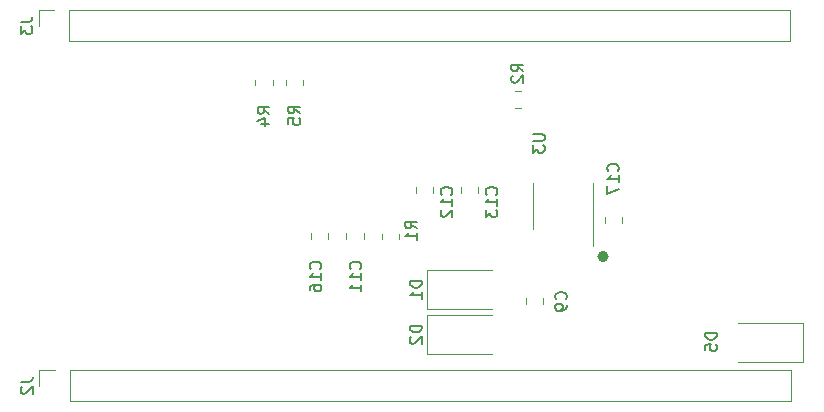
<source format=gbr>
%TF.GenerationSoftware,KiCad,Pcbnew,7.0.9*%
%TF.CreationDate,2024-02-20T11:35:56-03:00*%
%TF.ProjectId,CPU Stm32G431,43505520-5374-46d3-9332-473433312e6b,rev?*%
%TF.SameCoordinates,Original*%
%TF.FileFunction,Legend,Bot*%
%TF.FilePolarity,Positive*%
%FSLAX46Y46*%
G04 Gerber Fmt 4.6, Leading zero omitted, Abs format (unit mm)*
G04 Created by KiCad (PCBNEW 7.0.9) date 2024-02-20 11:35:56*
%MOMM*%
%LPD*%
G01*
G04 APERTURE LIST*
%ADD10C,0.500000*%
%ADD11C,0.150000*%
%ADD12C,0.120000*%
G04 APERTURE END LIST*
D10*
X166003607Y-108720000D02*
G75*
G03*
X166003607Y-108720000I-223607J0D01*
G01*
D11*
X145239580Y-109777142D02*
X145287200Y-109729523D01*
X145287200Y-109729523D02*
X145334819Y-109586666D01*
X145334819Y-109586666D02*
X145334819Y-109491428D01*
X145334819Y-109491428D02*
X145287200Y-109348571D01*
X145287200Y-109348571D02*
X145191961Y-109253333D01*
X145191961Y-109253333D02*
X145096723Y-109205714D01*
X145096723Y-109205714D02*
X144906247Y-109158095D01*
X144906247Y-109158095D02*
X144763390Y-109158095D01*
X144763390Y-109158095D02*
X144572914Y-109205714D01*
X144572914Y-109205714D02*
X144477676Y-109253333D01*
X144477676Y-109253333D02*
X144382438Y-109348571D01*
X144382438Y-109348571D02*
X144334819Y-109491428D01*
X144334819Y-109491428D02*
X144334819Y-109586666D01*
X144334819Y-109586666D02*
X144382438Y-109729523D01*
X144382438Y-109729523D02*
X144430057Y-109777142D01*
X145334819Y-110729523D02*
X145334819Y-110158095D01*
X145334819Y-110443809D02*
X144334819Y-110443809D01*
X144334819Y-110443809D02*
X144477676Y-110348571D01*
X144477676Y-110348571D02*
X144572914Y-110253333D01*
X144572914Y-110253333D02*
X144620533Y-110158095D01*
X145334819Y-111681904D02*
X145334819Y-111110476D01*
X145334819Y-111396190D02*
X144334819Y-111396190D01*
X144334819Y-111396190D02*
X144477676Y-111300952D01*
X144477676Y-111300952D02*
X144572914Y-111205714D01*
X144572914Y-111205714D02*
X144620533Y-111110476D01*
X150434819Y-110781905D02*
X149434819Y-110781905D01*
X149434819Y-110781905D02*
X149434819Y-111020000D01*
X149434819Y-111020000D02*
X149482438Y-111162857D01*
X149482438Y-111162857D02*
X149577676Y-111258095D01*
X149577676Y-111258095D02*
X149672914Y-111305714D01*
X149672914Y-111305714D02*
X149863390Y-111353333D01*
X149863390Y-111353333D02*
X150006247Y-111353333D01*
X150006247Y-111353333D02*
X150196723Y-111305714D01*
X150196723Y-111305714D02*
X150291961Y-111258095D01*
X150291961Y-111258095D02*
X150387200Y-111162857D01*
X150387200Y-111162857D02*
X150434819Y-111020000D01*
X150434819Y-111020000D02*
X150434819Y-110781905D01*
X150434819Y-112305714D02*
X150434819Y-111734286D01*
X150434819Y-112020000D02*
X149434819Y-112020000D01*
X149434819Y-112020000D02*
X149577676Y-111924762D01*
X149577676Y-111924762D02*
X149672914Y-111829524D01*
X149672914Y-111829524D02*
X149720533Y-111734286D01*
X159834819Y-98358095D02*
X160644342Y-98358095D01*
X160644342Y-98358095D02*
X160739580Y-98405714D01*
X160739580Y-98405714D02*
X160787200Y-98453333D01*
X160787200Y-98453333D02*
X160834819Y-98548571D01*
X160834819Y-98548571D02*
X160834819Y-98739047D01*
X160834819Y-98739047D02*
X160787200Y-98834285D01*
X160787200Y-98834285D02*
X160739580Y-98881904D01*
X160739580Y-98881904D02*
X160644342Y-98929523D01*
X160644342Y-98929523D02*
X159834819Y-98929523D01*
X159834819Y-99310476D02*
X159834819Y-99929523D01*
X159834819Y-99929523D02*
X160215771Y-99596190D01*
X160215771Y-99596190D02*
X160215771Y-99739047D01*
X160215771Y-99739047D02*
X160263390Y-99834285D01*
X160263390Y-99834285D02*
X160311009Y-99881904D01*
X160311009Y-99881904D02*
X160406247Y-99929523D01*
X160406247Y-99929523D02*
X160644342Y-99929523D01*
X160644342Y-99929523D02*
X160739580Y-99881904D01*
X160739580Y-99881904D02*
X160787200Y-99834285D01*
X160787200Y-99834285D02*
X160834819Y-99739047D01*
X160834819Y-99739047D02*
X160834819Y-99453333D01*
X160834819Y-99453333D02*
X160787200Y-99358095D01*
X160787200Y-99358095D02*
X160739580Y-99310476D01*
X137534819Y-96653333D02*
X137058628Y-96320000D01*
X137534819Y-96081905D02*
X136534819Y-96081905D01*
X136534819Y-96081905D02*
X136534819Y-96462857D01*
X136534819Y-96462857D02*
X136582438Y-96558095D01*
X136582438Y-96558095D02*
X136630057Y-96605714D01*
X136630057Y-96605714D02*
X136725295Y-96653333D01*
X136725295Y-96653333D02*
X136868152Y-96653333D01*
X136868152Y-96653333D02*
X136963390Y-96605714D01*
X136963390Y-96605714D02*
X137011009Y-96558095D01*
X137011009Y-96558095D02*
X137058628Y-96462857D01*
X137058628Y-96462857D02*
X137058628Y-96081905D01*
X136868152Y-97510476D02*
X137534819Y-97510476D01*
X136487200Y-97272381D02*
X137201485Y-97034286D01*
X137201485Y-97034286D02*
X137201485Y-97653333D01*
X152939580Y-103477142D02*
X152987200Y-103429523D01*
X152987200Y-103429523D02*
X153034819Y-103286666D01*
X153034819Y-103286666D02*
X153034819Y-103191428D01*
X153034819Y-103191428D02*
X152987200Y-103048571D01*
X152987200Y-103048571D02*
X152891961Y-102953333D01*
X152891961Y-102953333D02*
X152796723Y-102905714D01*
X152796723Y-102905714D02*
X152606247Y-102858095D01*
X152606247Y-102858095D02*
X152463390Y-102858095D01*
X152463390Y-102858095D02*
X152272914Y-102905714D01*
X152272914Y-102905714D02*
X152177676Y-102953333D01*
X152177676Y-102953333D02*
X152082438Y-103048571D01*
X152082438Y-103048571D02*
X152034819Y-103191428D01*
X152034819Y-103191428D02*
X152034819Y-103286666D01*
X152034819Y-103286666D02*
X152082438Y-103429523D01*
X152082438Y-103429523D02*
X152130057Y-103477142D01*
X153034819Y-104429523D02*
X153034819Y-103858095D01*
X153034819Y-104143809D02*
X152034819Y-104143809D01*
X152034819Y-104143809D02*
X152177676Y-104048571D01*
X152177676Y-104048571D02*
X152272914Y-103953333D01*
X152272914Y-103953333D02*
X152320533Y-103858095D01*
X152130057Y-104810476D02*
X152082438Y-104858095D01*
X152082438Y-104858095D02*
X152034819Y-104953333D01*
X152034819Y-104953333D02*
X152034819Y-105191428D01*
X152034819Y-105191428D02*
X152082438Y-105286666D01*
X152082438Y-105286666D02*
X152130057Y-105334285D01*
X152130057Y-105334285D02*
X152225295Y-105381904D01*
X152225295Y-105381904D02*
X152320533Y-105381904D01*
X152320533Y-105381904D02*
X152463390Y-105334285D01*
X152463390Y-105334285D02*
X153034819Y-104762857D01*
X153034819Y-104762857D02*
X153034819Y-105381904D01*
X116494819Y-119336666D02*
X117209104Y-119336666D01*
X117209104Y-119336666D02*
X117351961Y-119289047D01*
X117351961Y-119289047D02*
X117447200Y-119193809D01*
X117447200Y-119193809D02*
X117494819Y-119050952D01*
X117494819Y-119050952D02*
X117494819Y-118955714D01*
X116590057Y-119765238D02*
X116542438Y-119812857D01*
X116542438Y-119812857D02*
X116494819Y-119908095D01*
X116494819Y-119908095D02*
X116494819Y-120146190D01*
X116494819Y-120146190D02*
X116542438Y-120241428D01*
X116542438Y-120241428D02*
X116590057Y-120289047D01*
X116590057Y-120289047D02*
X116685295Y-120336666D01*
X116685295Y-120336666D02*
X116780533Y-120336666D01*
X116780533Y-120336666D02*
X116923390Y-120289047D01*
X116923390Y-120289047D02*
X117494819Y-119717619D01*
X117494819Y-119717619D02*
X117494819Y-120336666D01*
X150434819Y-114581905D02*
X149434819Y-114581905D01*
X149434819Y-114581905D02*
X149434819Y-114820000D01*
X149434819Y-114820000D02*
X149482438Y-114962857D01*
X149482438Y-114962857D02*
X149577676Y-115058095D01*
X149577676Y-115058095D02*
X149672914Y-115105714D01*
X149672914Y-115105714D02*
X149863390Y-115153333D01*
X149863390Y-115153333D02*
X150006247Y-115153333D01*
X150006247Y-115153333D02*
X150196723Y-115105714D01*
X150196723Y-115105714D02*
X150291961Y-115058095D01*
X150291961Y-115058095D02*
X150387200Y-114962857D01*
X150387200Y-114962857D02*
X150434819Y-114820000D01*
X150434819Y-114820000D02*
X150434819Y-114581905D01*
X149530057Y-115534286D02*
X149482438Y-115581905D01*
X149482438Y-115581905D02*
X149434819Y-115677143D01*
X149434819Y-115677143D02*
X149434819Y-115915238D01*
X149434819Y-115915238D02*
X149482438Y-116010476D01*
X149482438Y-116010476D02*
X149530057Y-116058095D01*
X149530057Y-116058095D02*
X149625295Y-116105714D01*
X149625295Y-116105714D02*
X149720533Y-116105714D01*
X149720533Y-116105714D02*
X149863390Y-116058095D01*
X149863390Y-116058095D02*
X150434819Y-115486667D01*
X150434819Y-115486667D02*
X150434819Y-116105714D01*
X162639580Y-112353333D02*
X162687200Y-112305714D01*
X162687200Y-112305714D02*
X162734819Y-112162857D01*
X162734819Y-112162857D02*
X162734819Y-112067619D01*
X162734819Y-112067619D02*
X162687200Y-111924762D01*
X162687200Y-111924762D02*
X162591961Y-111829524D01*
X162591961Y-111829524D02*
X162496723Y-111781905D01*
X162496723Y-111781905D02*
X162306247Y-111734286D01*
X162306247Y-111734286D02*
X162163390Y-111734286D01*
X162163390Y-111734286D02*
X161972914Y-111781905D01*
X161972914Y-111781905D02*
X161877676Y-111829524D01*
X161877676Y-111829524D02*
X161782438Y-111924762D01*
X161782438Y-111924762D02*
X161734819Y-112067619D01*
X161734819Y-112067619D02*
X161734819Y-112162857D01*
X161734819Y-112162857D02*
X161782438Y-112305714D01*
X161782438Y-112305714D02*
X161830057Y-112353333D01*
X162734819Y-112829524D02*
X162734819Y-113020000D01*
X162734819Y-113020000D02*
X162687200Y-113115238D01*
X162687200Y-113115238D02*
X162639580Y-113162857D01*
X162639580Y-113162857D02*
X162496723Y-113258095D01*
X162496723Y-113258095D02*
X162306247Y-113305714D01*
X162306247Y-113305714D02*
X161925295Y-113305714D01*
X161925295Y-113305714D02*
X161830057Y-113258095D01*
X161830057Y-113258095D02*
X161782438Y-113210476D01*
X161782438Y-113210476D02*
X161734819Y-113115238D01*
X161734819Y-113115238D02*
X161734819Y-112924762D01*
X161734819Y-112924762D02*
X161782438Y-112829524D01*
X161782438Y-112829524D02*
X161830057Y-112781905D01*
X161830057Y-112781905D02*
X161925295Y-112734286D01*
X161925295Y-112734286D02*
X162163390Y-112734286D01*
X162163390Y-112734286D02*
X162258628Y-112781905D01*
X162258628Y-112781905D02*
X162306247Y-112829524D01*
X162306247Y-112829524D02*
X162353866Y-112924762D01*
X162353866Y-112924762D02*
X162353866Y-113115238D01*
X162353866Y-113115238D02*
X162306247Y-113210476D01*
X162306247Y-113210476D02*
X162258628Y-113258095D01*
X162258628Y-113258095D02*
X162163390Y-113305714D01*
X116464819Y-88856666D02*
X117179104Y-88856666D01*
X117179104Y-88856666D02*
X117321961Y-88809047D01*
X117321961Y-88809047D02*
X117417200Y-88713809D01*
X117417200Y-88713809D02*
X117464819Y-88570952D01*
X117464819Y-88570952D02*
X117464819Y-88475714D01*
X116464819Y-89237619D02*
X116464819Y-89856666D01*
X116464819Y-89856666D02*
X116845771Y-89523333D01*
X116845771Y-89523333D02*
X116845771Y-89666190D01*
X116845771Y-89666190D02*
X116893390Y-89761428D01*
X116893390Y-89761428D02*
X116941009Y-89809047D01*
X116941009Y-89809047D02*
X117036247Y-89856666D01*
X117036247Y-89856666D02*
X117274342Y-89856666D01*
X117274342Y-89856666D02*
X117369580Y-89809047D01*
X117369580Y-89809047D02*
X117417200Y-89761428D01*
X117417200Y-89761428D02*
X117464819Y-89666190D01*
X117464819Y-89666190D02*
X117464819Y-89380476D01*
X117464819Y-89380476D02*
X117417200Y-89285238D01*
X117417200Y-89285238D02*
X117369580Y-89237619D01*
X167039580Y-101477142D02*
X167087200Y-101429523D01*
X167087200Y-101429523D02*
X167134819Y-101286666D01*
X167134819Y-101286666D02*
X167134819Y-101191428D01*
X167134819Y-101191428D02*
X167087200Y-101048571D01*
X167087200Y-101048571D02*
X166991961Y-100953333D01*
X166991961Y-100953333D02*
X166896723Y-100905714D01*
X166896723Y-100905714D02*
X166706247Y-100858095D01*
X166706247Y-100858095D02*
X166563390Y-100858095D01*
X166563390Y-100858095D02*
X166372914Y-100905714D01*
X166372914Y-100905714D02*
X166277676Y-100953333D01*
X166277676Y-100953333D02*
X166182438Y-101048571D01*
X166182438Y-101048571D02*
X166134819Y-101191428D01*
X166134819Y-101191428D02*
X166134819Y-101286666D01*
X166134819Y-101286666D02*
X166182438Y-101429523D01*
X166182438Y-101429523D02*
X166230057Y-101477142D01*
X167134819Y-102429523D02*
X167134819Y-101858095D01*
X167134819Y-102143809D02*
X166134819Y-102143809D01*
X166134819Y-102143809D02*
X166277676Y-102048571D01*
X166277676Y-102048571D02*
X166372914Y-101953333D01*
X166372914Y-101953333D02*
X166420533Y-101858095D01*
X166134819Y-102762857D02*
X166134819Y-103429523D01*
X166134819Y-103429523D02*
X167134819Y-103000952D01*
X141839580Y-109777142D02*
X141887200Y-109729523D01*
X141887200Y-109729523D02*
X141934819Y-109586666D01*
X141934819Y-109586666D02*
X141934819Y-109491428D01*
X141934819Y-109491428D02*
X141887200Y-109348571D01*
X141887200Y-109348571D02*
X141791961Y-109253333D01*
X141791961Y-109253333D02*
X141696723Y-109205714D01*
X141696723Y-109205714D02*
X141506247Y-109158095D01*
X141506247Y-109158095D02*
X141363390Y-109158095D01*
X141363390Y-109158095D02*
X141172914Y-109205714D01*
X141172914Y-109205714D02*
X141077676Y-109253333D01*
X141077676Y-109253333D02*
X140982438Y-109348571D01*
X140982438Y-109348571D02*
X140934819Y-109491428D01*
X140934819Y-109491428D02*
X140934819Y-109586666D01*
X140934819Y-109586666D02*
X140982438Y-109729523D01*
X140982438Y-109729523D02*
X141030057Y-109777142D01*
X141934819Y-110729523D02*
X141934819Y-110158095D01*
X141934819Y-110443809D02*
X140934819Y-110443809D01*
X140934819Y-110443809D02*
X141077676Y-110348571D01*
X141077676Y-110348571D02*
X141172914Y-110253333D01*
X141172914Y-110253333D02*
X141220533Y-110158095D01*
X140934819Y-111586666D02*
X140934819Y-111396190D01*
X140934819Y-111396190D02*
X140982438Y-111300952D01*
X140982438Y-111300952D02*
X141030057Y-111253333D01*
X141030057Y-111253333D02*
X141172914Y-111158095D01*
X141172914Y-111158095D02*
X141363390Y-111110476D01*
X141363390Y-111110476D02*
X141744342Y-111110476D01*
X141744342Y-111110476D02*
X141839580Y-111158095D01*
X141839580Y-111158095D02*
X141887200Y-111205714D01*
X141887200Y-111205714D02*
X141934819Y-111300952D01*
X141934819Y-111300952D02*
X141934819Y-111491428D01*
X141934819Y-111491428D02*
X141887200Y-111586666D01*
X141887200Y-111586666D02*
X141839580Y-111634285D01*
X141839580Y-111634285D02*
X141744342Y-111681904D01*
X141744342Y-111681904D02*
X141506247Y-111681904D01*
X141506247Y-111681904D02*
X141411009Y-111634285D01*
X141411009Y-111634285D02*
X141363390Y-111586666D01*
X141363390Y-111586666D02*
X141315771Y-111491428D01*
X141315771Y-111491428D02*
X141315771Y-111300952D01*
X141315771Y-111300952D02*
X141363390Y-111205714D01*
X141363390Y-111205714D02*
X141411009Y-111158095D01*
X141411009Y-111158095D02*
X141506247Y-111110476D01*
X175424819Y-115191905D02*
X174424819Y-115191905D01*
X174424819Y-115191905D02*
X174424819Y-115430000D01*
X174424819Y-115430000D02*
X174472438Y-115572857D01*
X174472438Y-115572857D02*
X174567676Y-115668095D01*
X174567676Y-115668095D02*
X174662914Y-115715714D01*
X174662914Y-115715714D02*
X174853390Y-115763333D01*
X174853390Y-115763333D02*
X174996247Y-115763333D01*
X174996247Y-115763333D02*
X175186723Y-115715714D01*
X175186723Y-115715714D02*
X175281961Y-115668095D01*
X175281961Y-115668095D02*
X175377200Y-115572857D01*
X175377200Y-115572857D02*
X175424819Y-115430000D01*
X175424819Y-115430000D02*
X175424819Y-115191905D01*
X174424819Y-116668095D02*
X174424819Y-116191905D01*
X174424819Y-116191905D02*
X174901009Y-116144286D01*
X174901009Y-116144286D02*
X174853390Y-116191905D01*
X174853390Y-116191905D02*
X174805771Y-116287143D01*
X174805771Y-116287143D02*
X174805771Y-116525238D01*
X174805771Y-116525238D02*
X174853390Y-116620476D01*
X174853390Y-116620476D02*
X174901009Y-116668095D01*
X174901009Y-116668095D02*
X174996247Y-116715714D01*
X174996247Y-116715714D02*
X175234342Y-116715714D01*
X175234342Y-116715714D02*
X175329580Y-116668095D01*
X175329580Y-116668095D02*
X175377200Y-116620476D01*
X175377200Y-116620476D02*
X175424819Y-116525238D01*
X175424819Y-116525238D02*
X175424819Y-116287143D01*
X175424819Y-116287143D02*
X175377200Y-116191905D01*
X175377200Y-116191905D02*
X175329580Y-116144286D01*
X140134819Y-96613333D02*
X139658628Y-96280000D01*
X140134819Y-96041905D02*
X139134819Y-96041905D01*
X139134819Y-96041905D02*
X139134819Y-96422857D01*
X139134819Y-96422857D02*
X139182438Y-96518095D01*
X139182438Y-96518095D02*
X139230057Y-96565714D01*
X139230057Y-96565714D02*
X139325295Y-96613333D01*
X139325295Y-96613333D02*
X139468152Y-96613333D01*
X139468152Y-96613333D02*
X139563390Y-96565714D01*
X139563390Y-96565714D02*
X139611009Y-96518095D01*
X139611009Y-96518095D02*
X139658628Y-96422857D01*
X139658628Y-96422857D02*
X139658628Y-96041905D01*
X139134819Y-97518095D02*
X139134819Y-97041905D01*
X139134819Y-97041905D02*
X139611009Y-96994286D01*
X139611009Y-96994286D02*
X139563390Y-97041905D01*
X139563390Y-97041905D02*
X139515771Y-97137143D01*
X139515771Y-97137143D02*
X139515771Y-97375238D01*
X139515771Y-97375238D02*
X139563390Y-97470476D01*
X139563390Y-97470476D02*
X139611009Y-97518095D01*
X139611009Y-97518095D02*
X139706247Y-97565714D01*
X139706247Y-97565714D02*
X139944342Y-97565714D01*
X139944342Y-97565714D02*
X140039580Y-97518095D01*
X140039580Y-97518095D02*
X140087200Y-97470476D01*
X140087200Y-97470476D02*
X140134819Y-97375238D01*
X140134819Y-97375238D02*
X140134819Y-97137143D01*
X140134819Y-97137143D02*
X140087200Y-97041905D01*
X140087200Y-97041905D02*
X140039580Y-96994286D01*
X156739580Y-103477142D02*
X156787200Y-103429523D01*
X156787200Y-103429523D02*
X156834819Y-103286666D01*
X156834819Y-103286666D02*
X156834819Y-103191428D01*
X156834819Y-103191428D02*
X156787200Y-103048571D01*
X156787200Y-103048571D02*
X156691961Y-102953333D01*
X156691961Y-102953333D02*
X156596723Y-102905714D01*
X156596723Y-102905714D02*
X156406247Y-102858095D01*
X156406247Y-102858095D02*
X156263390Y-102858095D01*
X156263390Y-102858095D02*
X156072914Y-102905714D01*
X156072914Y-102905714D02*
X155977676Y-102953333D01*
X155977676Y-102953333D02*
X155882438Y-103048571D01*
X155882438Y-103048571D02*
X155834819Y-103191428D01*
X155834819Y-103191428D02*
X155834819Y-103286666D01*
X155834819Y-103286666D02*
X155882438Y-103429523D01*
X155882438Y-103429523D02*
X155930057Y-103477142D01*
X156834819Y-104429523D02*
X156834819Y-103858095D01*
X156834819Y-104143809D02*
X155834819Y-104143809D01*
X155834819Y-104143809D02*
X155977676Y-104048571D01*
X155977676Y-104048571D02*
X156072914Y-103953333D01*
X156072914Y-103953333D02*
X156120533Y-103858095D01*
X155834819Y-104762857D02*
X155834819Y-105381904D01*
X155834819Y-105381904D02*
X156215771Y-105048571D01*
X156215771Y-105048571D02*
X156215771Y-105191428D01*
X156215771Y-105191428D02*
X156263390Y-105286666D01*
X156263390Y-105286666D02*
X156311009Y-105334285D01*
X156311009Y-105334285D02*
X156406247Y-105381904D01*
X156406247Y-105381904D02*
X156644342Y-105381904D01*
X156644342Y-105381904D02*
X156739580Y-105334285D01*
X156739580Y-105334285D02*
X156787200Y-105286666D01*
X156787200Y-105286666D02*
X156834819Y-105191428D01*
X156834819Y-105191428D02*
X156834819Y-104905714D01*
X156834819Y-104905714D02*
X156787200Y-104810476D01*
X156787200Y-104810476D02*
X156739580Y-104762857D01*
X159034819Y-93053333D02*
X158558628Y-92720000D01*
X159034819Y-92481905D02*
X158034819Y-92481905D01*
X158034819Y-92481905D02*
X158034819Y-92862857D01*
X158034819Y-92862857D02*
X158082438Y-92958095D01*
X158082438Y-92958095D02*
X158130057Y-93005714D01*
X158130057Y-93005714D02*
X158225295Y-93053333D01*
X158225295Y-93053333D02*
X158368152Y-93053333D01*
X158368152Y-93053333D02*
X158463390Y-93005714D01*
X158463390Y-93005714D02*
X158511009Y-92958095D01*
X158511009Y-92958095D02*
X158558628Y-92862857D01*
X158558628Y-92862857D02*
X158558628Y-92481905D01*
X158130057Y-93434286D02*
X158082438Y-93481905D01*
X158082438Y-93481905D02*
X158034819Y-93577143D01*
X158034819Y-93577143D02*
X158034819Y-93815238D01*
X158034819Y-93815238D02*
X158082438Y-93910476D01*
X158082438Y-93910476D02*
X158130057Y-93958095D01*
X158130057Y-93958095D02*
X158225295Y-94005714D01*
X158225295Y-94005714D02*
X158320533Y-94005714D01*
X158320533Y-94005714D02*
X158463390Y-93958095D01*
X158463390Y-93958095D02*
X159034819Y-93386667D01*
X159034819Y-93386667D02*
X159034819Y-94005714D01*
X150034819Y-106353333D02*
X149558628Y-106020000D01*
X150034819Y-105781905D02*
X149034819Y-105781905D01*
X149034819Y-105781905D02*
X149034819Y-106162857D01*
X149034819Y-106162857D02*
X149082438Y-106258095D01*
X149082438Y-106258095D02*
X149130057Y-106305714D01*
X149130057Y-106305714D02*
X149225295Y-106353333D01*
X149225295Y-106353333D02*
X149368152Y-106353333D01*
X149368152Y-106353333D02*
X149463390Y-106305714D01*
X149463390Y-106305714D02*
X149511009Y-106258095D01*
X149511009Y-106258095D02*
X149558628Y-106162857D01*
X149558628Y-106162857D02*
X149558628Y-105781905D01*
X150034819Y-107305714D02*
X150034819Y-106734286D01*
X150034819Y-107020000D02*
X149034819Y-107020000D01*
X149034819Y-107020000D02*
X149177676Y-106924762D01*
X149177676Y-106924762D02*
X149272914Y-106829524D01*
X149272914Y-106829524D02*
X149320533Y-106734286D01*
D12*
%TO.C,C11*%
X145515000Y-106758748D02*
X145515000Y-107281252D01*
X144045000Y-106758748D02*
X144045000Y-107281252D01*
%TO.C,D1*%
X150870000Y-109870000D02*
X156380000Y-109870000D01*
X150870000Y-113170000D02*
X150870000Y-109870000D01*
X150870000Y-113170000D02*
X156380000Y-113170000D01*
%TO.C,U3*%
X159820000Y-104420000D02*
X159820000Y-106370000D01*
X159820000Y-104420000D02*
X159820000Y-102470000D01*
X164940000Y-104420000D02*
X164940000Y-107870000D01*
X164940000Y-104420000D02*
X164940000Y-102470000D01*
%TO.C,R4*%
X137815000Y-93792936D02*
X137815000Y-94247064D01*
X136345000Y-93792936D02*
X136345000Y-94247064D01*
%TO.C,C12*%
X149945000Y-103381252D02*
X149945000Y-102858748D01*
X151415000Y-103381252D02*
X151415000Y-102858748D01*
%TO.C,J2*%
X181660000Y-118340000D02*
X181660000Y-121000000D01*
X120640000Y-118340000D02*
X181660000Y-118340000D01*
X120640000Y-118340000D02*
X120640000Y-121000000D01*
X119370000Y-118340000D02*
X118040000Y-118340000D01*
X118040000Y-118340000D02*
X118040000Y-119670000D01*
X120640000Y-121000000D02*
X181660000Y-121000000D01*
%TO.C,D2*%
X150870000Y-113670000D02*
X156380000Y-113670000D01*
X150870000Y-116970000D02*
X150870000Y-113670000D01*
X150870000Y-116970000D02*
X156380000Y-116970000D01*
%TO.C,C9*%
X159245000Y-112781252D02*
X159245000Y-112258748D01*
X160715000Y-112781252D02*
X160715000Y-112258748D01*
%TO.C,J3*%
X181630000Y-87860000D02*
X181630000Y-90520000D01*
X120610000Y-87860000D02*
X181630000Y-87860000D01*
X120610000Y-87860000D02*
X120610000Y-90520000D01*
X119340000Y-87860000D02*
X118010000Y-87860000D01*
X118010000Y-87860000D02*
X118010000Y-89190000D01*
X120610000Y-90520000D02*
X181630000Y-90520000D01*
%TO.C,C17*%
X165945000Y-105918752D02*
X165945000Y-105396248D01*
X167415000Y-105918752D02*
X167415000Y-105396248D01*
%TO.C,C16*%
X141045000Y-107281252D02*
X141045000Y-106758748D01*
X142515000Y-107281252D02*
X142515000Y-106758748D01*
%TO.C,D5*%
X182750000Y-117620000D02*
X177240000Y-117620000D01*
X182750000Y-114320000D02*
X182750000Y-117620000D01*
X182750000Y-114320000D02*
X177240000Y-114320000D01*
%TO.C,R5*%
X140415000Y-93752936D02*
X140415000Y-94207064D01*
X138945000Y-93752936D02*
X138945000Y-94207064D01*
%TO.C,C13*%
X153745000Y-103381252D02*
X153745000Y-102858748D01*
X155215000Y-103381252D02*
X155215000Y-102858748D01*
%TO.C,R2*%
X158807064Y-96155000D02*
X158352936Y-96155000D01*
X158807064Y-94685000D02*
X158352936Y-94685000D01*
%TO.C,R1*%
X147045000Y-107247064D02*
X147045000Y-106792936D01*
X148515000Y-107247064D02*
X148515000Y-106792936D01*
%TD*%
M02*

</source>
